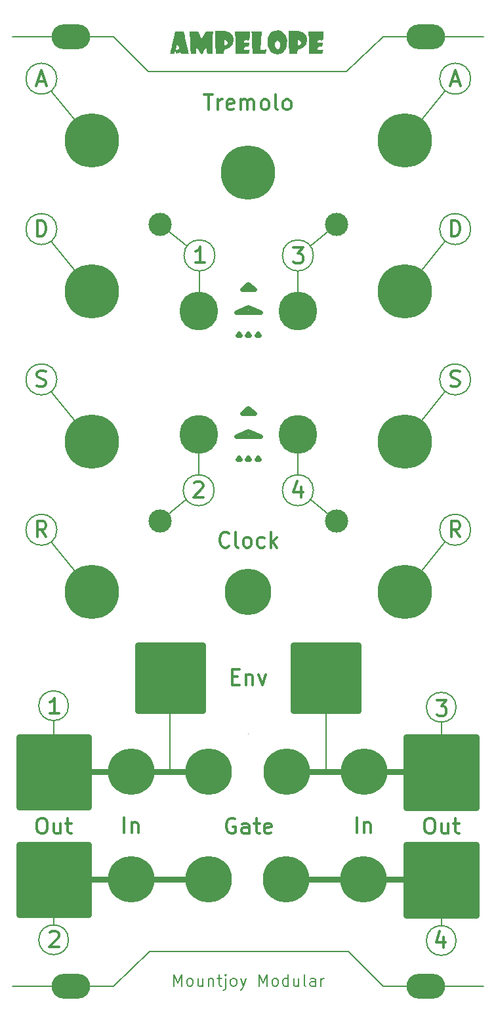
<source format=gbr>
%TF.GenerationSoftware,KiCad,Pcbnew,(5.99.0-12348-g4b436fb86d)*%
%TF.CreationDate,2021-09-23T15:14:05+01:00*%
%TF.ProjectId,Ampelope_Panel,416d7065-6c6f-4706-955f-50616e656c2e,rev?*%
%TF.SameCoordinates,Original*%
%TF.FileFunction,Soldermask,Top*%
%TF.FilePolarity,Negative*%
%FSLAX46Y46*%
G04 Gerber Fmt 4.6, Leading zero omitted, Abs format (unit mm)*
G04 Created by KiCad (PCBNEW (5.99.0-12348-g4b436fb86d)) date 2021-09-23 15:14:05*
%MOMM*%
%LPD*%
G01*
G04 APERTURE LIST*
%ADD10C,0.200000*%
%ADD11C,0.600000*%
%ADD12C,0.800000*%
%ADD13C,0.100000*%
%ADD14C,0.300000*%
%ADD15C,7.000000*%
%ADD16O,5.000000X3.200000*%
%ADD17C,5.000000*%
%ADD18C,6.000000*%
%ADD19C,3.000000*%
G04 APERTURE END LIST*
D10*
X138300000Y-70900000D02*
X141700000Y-68100000D01*
X150500000Y-96100000D02*
X155700000Y-89700000D01*
D11*
X130300000Y-82401777D02*
X130300000Y-82198222D01*
D10*
X120200000Y-126550000D02*
X120200000Y-138650000D01*
D11*
X131100000Y-76500000D02*
X130300000Y-75800000D01*
D12*
X109700000Y-143300000D02*
X100700000Y-143300000D01*
X100700000Y-143300000D02*
X100700000Y-134200000D01*
X100700000Y-134200000D02*
X109700000Y-134200000D01*
X109700000Y-134200000D02*
X109700000Y-143300000D01*
G36*
X109700000Y-143300000D02*
G01*
X100700000Y-143300000D01*
X100700000Y-134200000D01*
X109700000Y-134200000D01*
X109700000Y-143300000D01*
G37*
X109700000Y-143300000D02*
X100700000Y-143300000D01*
X100700000Y-134200000D01*
X109700000Y-134200000D01*
X109700000Y-143300000D01*
D10*
X150500000Y-76700000D02*
X155700000Y-70300000D01*
D12*
X109700000Y-157200000D02*
X100700000Y-157200000D01*
X100700000Y-157200000D02*
X100700000Y-148100000D01*
X100700000Y-148100000D02*
X109700000Y-148100000D01*
X109700000Y-148100000D02*
X109700000Y-157200000D01*
G36*
X109700000Y-157200000D02*
G01*
X100700000Y-157200000D01*
X100700000Y-148100000D01*
X109700000Y-148100000D01*
X109700000Y-157200000D01*
G37*
X109700000Y-157200000D02*
X100700000Y-157200000D01*
X100700000Y-148100000D01*
X109700000Y-148100000D01*
X109700000Y-157200000D01*
X125300000Y-138700000D02*
X105250000Y-138700000D01*
D10*
X124000000Y-79100000D02*
X124000000Y-74100000D01*
X107100000Y-130200000D02*
G75*
G03*
X107100000Y-130200000I-1920937J0D01*
G01*
X110100000Y-57300000D02*
X104900000Y-50900000D01*
D12*
X144500000Y-130800000D02*
X136100000Y-130800000D01*
X136100000Y-130800000D02*
X136100000Y-122400000D01*
X136100000Y-122400000D02*
X144500000Y-122400000D01*
X144500000Y-122400000D02*
X144500000Y-130800000D01*
G36*
X144500000Y-130800000D02*
G01*
X136100000Y-130800000D01*
X136100000Y-122400000D01*
X144500000Y-122400000D01*
X144500000Y-130800000D01*
G37*
X144500000Y-130800000D02*
X136100000Y-130800000D01*
X136100000Y-122400000D01*
X144500000Y-122400000D01*
X144500000Y-130800000D01*
X159700000Y-143350000D02*
X150700000Y-143350000D01*
X150700000Y-143350000D02*
X150700000Y-134250000D01*
X150700000Y-134250000D02*
X159700000Y-134250000D01*
X159700000Y-134250000D02*
X159700000Y-143350000D01*
G36*
X159700000Y-143350000D02*
G01*
X150700000Y-143350000D01*
X150700000Y-134250000D01*
X159700000Y-134250000D01*
X159700000Y-143350000D01*
G37*
X159700000Y-143350000D02*
X150700000Y-143350000D01*
X150700000Y-134250000D01*
X159700000Y-134250000D01*
X159700000Y-143350000D01*
D11*
X131837500Y-95450000D02*
X128762500Y-95450000D01*
D10*
X159000000Y-68700000D02*
G75*
G03*
X159000000Y-68700000I-2000000J0D01*
G01*
X110100000Y-115500000D02*
X104900000Y-109100000D01*
D11*
X130465602Y-82403555D02*
X130134398Y-82400000D01*
D10*
X105600000Y-68700000D02*
G75*
G03*
X105600000Y-68700000I-2000000J0D01*
G01*
X159000000Y-88100000D02*
G75*
G03*
X159000000Y-88100000I-2000000J0D01*
G01*
D12*
X124400000Y-130800000D02*
X116000000Y-130800000D01*
X116000000Y-130800000D02*
X116000000Y-122400000D01*
X116000000Y-122400000D02*
X124400000Y-122400000D01*
X124400000Y-122400000D02*
X124400000Y-130800000D01*
G36*
X124400000Y-130800000D02*
G01*
X116000000Y-130800000D01*
X116000000Y-122400000D01*
X124400000Y-122400000D01*
X124400000Y-130800000D01*
G37*
X124400000Y-130800000D02*
X116000000Y-130800000D01*
X116000000Y-122400000D01*
X124400000Y-122400000D01*
X124400000Y-130800000D01*
D10*
X150500000Y-115500000D02*
X155700000Y-109100000D01*
D12*
X155200000Y-138700000D02*
X135300000Y-138700000D01*
D10*
X155200000Y-153379063D02*
X155200000Y-158579063D01*
D12*
X155200000Y-152600000D02*
X135300000Y-152600000D01*
D10*
X107100000Y-160400000D02*
G75*
G03*
X107100000Y-160400000I-1920937J0D01*
G01*
D11*
X131837500Y-79450000D02*
X130300000Y-78750000D01*
D10*
X142988338Y-48400000D02*
X117383764Y-48400000D01*
X112877449Y-43900000D02*
X117383764Y-48400000D01*
D11*
X131100000Y-92500000D02*
X129500000Y-92500000D01*
D10*
X105200000Y-132100000D02*
X105200000Y-137300000D01*
X105600000Y-107500000D02*
G75*
G03*
X105600000Y-107500000I-2000000J0D01*
G01*
X159000000Y-107500000D02*
G75*
G03*
X159000000Y-107500000I-2000000J0D01*
G01*
D11*
X129065602Y-98401777D02*
X129065602Y-98198222D01*
X129100000Y-82401777D02*
X129100000Y-82198222D01*
X131837500Y-95450000D02*
X130300000Y-94750000D01*
D10*
X138300000Y-103600000D02*
X141700000Y-106400000D01*
X157120937Y-160500000D02*
G75*
G03*
X157120937Y-160500000I-1920937J0D01*
G01*
X105600000Y-88100000D02*
G75*
G03*
X105600000Y-88100000I-2000000J0D01*
G01*
D11*
X130300000Y-98401777D02*
X130300000Y-98198222D01*
D13*
X130300000Y-133800000D02*
X130300000Y-133800000D01*
D11*
X131100000Y-76500000D02*
X129500000Y-76500000D01*
X130300000Y-75800000D02*
X129500000Y-76500000D01*
D10*
X157120937Y-130400000D02*
G75*
G03*
X157120937Y-130400000I-1920937J0D01*
G01*
D11*
X131665602Y-98403555D02*
X131334398Y-98400000D01*
D10*
X147688338Y-43900000D02*
X142988338Y-48400000D01*
D11*
X130300000Y-94750000D02*
X128762500Y-95450000D01*
D10*
X112877449Y-43900000D02*
X99900000Y-43900000D01*
X140300000Y-126400000D02*
X140300000Y-138700000D01*
D11*
X130300000Y-91800000D02*
X129500000Y-92500000D01*
D10*
X138700000Y-102400000D02*
G75*
G03*
X138700000Y-102400000I-2000000J0D01*
G01*
X117597713Y-161900000D02*
X143202287Y-161900000D01*
X136700000Y-79300000D02*
X136700000Y-74100000D01*
D11*
X130465602Y-98403555D02*
X130134398Y-98400000D01*
D10*
X99886051Y-166400000D02*
X112897713Y-166400000D01*
D12*
X159700000Y-157250000D02*
X150700000Y-157250000D01*
X150700000Y-157250000D02*
X150700000Y-148150000D01*
X150700000Y-148150000D02*
X159700000Y-148150000D01*
X159700000Y-148150000D02*
X159700000Y-157250000D01*
G36*
X159700000Y-157250000D02*
G01*
X150700000Y-157250000D01*
X150700000Y-148150000D01*
X159700000Y-148150000D01*
X159700000Y-157250000D01*
G37*
X159700000Y-157250000D02*
X150700000Y-157250000D01*
X150700000Y-148150000D01*
X159700000Y-148150000D01*
X159700000Y-157250000D01*
D10*
X118900000Y-68100000D02*
X122400000Y-70900000D01*
X123900000Y-95200000D02*
X123900000Y-100400000D01*
X159000000Y-49300000D02*
G75*
G03*
X159000000Y-49300000I-2000000J0D01*
G01*
D11*
X131665602Y-82403555D02*
X131334398Y-82400000D01*
D12*
X125200000Y-152600000D02*
X105250000Y-152600000D01*
D11*
X131837500Y-79450000D02*
X128762500Y-79450000D01*
D10*
X110100000Y-96100000D02*
X104900000Y-89700000D01*
X155200000Y-132320937D02*
X155200000Y-137520937D01*
X118900000Y-106400000D02*
X122300000Y-103600000D01*
X110100000Y-76700000D02*
X104900000Y-70300000D01*
X150500000Y-57300000D02*
X155700000Y-50900000D01*
D11*
X130300000Y-78750000D02*
X128762500Y-79450000D01*
X131500000Y-82401777D02*
X131500000Y-82198222D01*
D10*
X138700000Y-72100000D02*
G75*
G03*
X138700000Y-72100000I-2000000J0D01*
G01*
X112897713Y-166400000D02*
X117597713Y-161900000D01*
D11*
X131100000Y-92500000D02*
X130300000Y-91800000D01*
X129231204Y-98403555D02*
X128900000Y-98400000D01*
D10*
X105179063Y-153279063D02*
X105179063Y-158479063D01*
X105600000Y-49300000D02*
G75*
G03*
X105600000Y-49300000I-2000000J0D01*
G01*
D11*
X129265602Y-82403555D02*
X128934398Y-82400000D01*
D10*
X136700000Y-95200000D02*
X136700000Y-100400000D01*
X160700000Y-43900000D02*
X147688338Y-43900000D01*
X126000000Y-72100000D02*
G75*
G03*
X126000000Y-72100000I-2000000J0D01*
G01*
D11*
X131500000Y-98401777D02*
X131500000Y-98198222D01*
D10*
X147708602Y-166400000D02*
X160686051Y-166400000D01*
X147708602Y-166400000D02*
X143202287Y-161900000D01*
X125900000Y-102400000D02*
G75*
G03*
X125900000Y-102400000I-2000000J0D01*
G01*
D14*
X103123809Y-49633333D02*
X104076190Y-49633333D01*
X102933333Y-50204761D02*
X103600000Y-48204761D01*
X104266666Y-50204761D01*
X103076190Y-69604761D02*
X103076190Y-67604761D01*
X103552380Y-67604761D01*
X103838095Y-67700000D01*
X104028571Y-67890476D01*
X104123809Y-68080952D01*
X104219047Y-68461904D01*
X104219047Y-68747619D01*
X104123809Y-69128571D01*
X104028571Y-69319047D01*
X103838095Y-69509523D01*
X103552380Y-69604761D01*
X103076190Y-69604761D01*
X105871428Y-131204761D02*
X104728571Y-131204761D01*
X105300000Y-131204761D02*
X105300000Y-129204761D01*
X105109523Y-129490476D01*
X104919047Y-129680952D01*
X104728571Y-129776190D01*
X103489131Y-144704761D02*
X103870083Y-144704761D01*
X104060559Y-144800000D01*
X104251036Y-144990476D01*
X104346274Y-145371428D01*
X104346274Y-146038095D01*
X104251036Y-146419047D01*
X104060559Y-146609523D01*
X103870083Y-146704761D01*
X103489131Y-146704761D01*
X103298655Y-146609523D01*
X103108178Y-146419047D01*
X103012940Y-146038095D01*
X103012940Y-145371428D01*
X103108178Y-144990476D01*
X103298655Y-144800000D01*
X103489131Y-144704761D01*
X106060559Y-145371428D02*
X106060559Y-146704761D01*
X105203417Y-145371428D02*
X105203417Y-146419047D01*
X105298655Y-146609523D01*
X105489131Y-146704761D01*
X105774845Y-146704761D01*
X105965321Y-146609523D01*
X106060559Y-146514285D01*
X106727226Y-145371428D02*
X107489131Y-145371428D01*
X107012940Y-144704761D02*
X107012940Y-146419047D01*
X107108178Y-146609523D01*
X107298655Y-146704761D01*
X107489131Y-146704761D01*
X136133333Y-71104761D02*
X137371428Y-71104761D01*
X136704761Y-71866666D01*
X136990476Y-71866666D01*
X137180952Y-71961904D01*
X137276190Y-72057142D01*
X137371428Y-72247619D01*
X137371428Y-72723809D01*
X137276190Y-72914285D01*
X137180952Y-73009523D01*
X136990476Y-73104761D01*
X136419047Y-73104761D01*
X136228571Y-73009523D01*
X136133333Y-72914285D01*
X155480952Y-160071428D02*
X155480952Y-161404761D01*
X155004761Y-159309523D02*
X154528571Y-160738095D01*
X155766666Y-160738095D01*
X104707634Y-159495238D02*
X104802872Y-159400000D01*
X104993348Y-159304761D01*
X105469539Y-159304761D01*
X105660015Y-159400000D01*
X105755253Y-159495238D01*
X105850491Y-159685714D01*
X105850491Y-159876190D01*
X105755253Y-160161904D01*
X104612396Y-161304761D01*
X105850491Y-161304761D01*
X123328571Y-101495238D02*
X123423809Y-101400000D01*
X123614285Y-101304761D01*
X124090476Y-101304761D01*
X124280952Y-101400000D01*
X124376190Y-101495238D01*
X124471428Y-101685714D01*
X124471428Y-101876190D01*
X124376190Y-102161904D01*
X123233333Y-103304761D01*
X124471428Y-103304761D01*
X156428571Y-88909523D02*
X156714285Y-89004761D01*
X157190476Y-89004761D01*
X157380952Y-88909523D01*
X157476190Y-88814285D01*
X157571428Y-88623809D01*
X157571428Y-88433333D01*
X157476190Y-88242857D01*
X157380952Y-88147619D01*
X157190476Y-88052380D01*
X156809523Y-87957142D01*
X156619047Y-87861904D01*
X156523809Y-87766666D01*
X156428571Y-87576190D01*
X156428571Y-87385714D01*
X156523809Y-87195238D01*
X156619047Y-87100000D01*
X156809523Y-87004761D01*
X157285714Y-87004761D01*
X157571428Y-87100000D01*
X104219047Y-108404761D02*
X103552380Y-107452380D01*
X103076190Y-108404761D02*
X103076190Y-106404761D01*
X103838095Y-106404761D01*
X104028571Y-106500000D01*
X104123809Y-106595238D01*
X104219047Y-106785714D01*
X104219047Y-107071428D01*
X104123809Y-107261904D01*
X104028571Y-107357142D01*
X103838095Y-107452380D01*
X103076190Y-107452380D01*
X157619047Y-108404761D02*
X156952380Y-107452380D01*
X156476190Y-108404761D02*
X156476190Y-106404761D01*
X157238095Y-106404761D01*
X157428571Y-106500000D01*
X157523809Y-106595238D01*
X157619047Y-106785714D01*
X157619047Y-107071428D01*
X157523809Y-107261904D01*
X157428571Y-107357142D01*
X157238095Y-107452380D01*
X156476190Y-107452380D01*
X128204761Y-126457142D02*
X128871428Y-126457142D01*
X129157142Y-127504761D02*
X128204761Y-127504761D01*
X128204761Y-125504761D01*
X129157142Y-125504761D01*
X130014285Y-126171428D02*
X130014285Y-127504761D01*
X130014285Y-126361904D02*
X130109523Y-126266666D01*
X130300000Y-126171428D01*
X130585714Y-126171428D01*
X130776190Y-126266666D01*
X130871428Y-126457142D01*
X130871428Y-127504761D01*
X131633333Y-126171428D02*
X132109523Y-127504761D01*
X132585714Y-126171428D01*
X124585714Y-51304761D02*
X125728571Y-51304761D01*
X125157142Y-53304761D02*
X125157142Y-51304761D01*
X126395238Y-53304761D02*
X126395238Y-51971428D01*
X126395238Y-52352380D02*
X126490476Y-52161904D01*
X126585714Y-52066666D01*
X126776190Y-51971428D01*
X126966666Y-51971428D01*
X128395238Y-53209523D02*
X128204761Y-53304761D01*
X127823809Y-53304761D01*
X127633333Y-53209523D01*
X127538095Y-53019047D01*
X127538095Y-52257142D01*
X127633333Y-52066666D01*
X127823809Y-51971428D01*
X128204761Y-51971428D01*
X128395238Y-52066666D01*
X128490476Y-52257142D01*
X128490476Y-52447619D01*
X127538095Y-52638095D01*
X129347619Y-53304761D02*
X129347619Y-51971428D01*
X129347619Y-52161904D02*
X129442857Y-52066666D01*
X129633333Y-51971428D01*
X129919047Y-51971428D01*
X130109523Y-52066666D01*
X130204761Y-52257142D01*
X130204761Y-53304761D01*
X130204761Y-52257142D02*
X130300000Y-52066666D01*
X130490476Y-51971428D01*
X130776190Y-51971428D01*
X130966666Y-52066666D01*
X131061904Y-52257142D01*
X131061904Y-53304761D01*
X132300000Y-53304761D02*
X132109523Y-53209523D01*
X132014285Y-53114285D01*
X131919047Y-52923809D01*
X131919047Y-52352380D01*
X132014285Y-52161904D01*
X132109523Y-52066666D01*
X132300000Y-51971428D01*
X132585714Y-51971428D01*
X132776190Y-52066666D01*
X132871428Y-52161904D01*
X132966666Y-52352380D01*
X132966666Y-52923809D01*
X132871428Y-53114285D01*
X132776190Y-53209523D01*
X132585714Y-53304761D01*
X132300000Y-53304761D01*
X134109523Y-53304761D02*
X133919047Y-53209523D01*
X133823809Y-53019047D01*
X133823809Y-51304761D01*
X135157142Y-53304761D02*
X134966666Y-53209523D01*
X134871428Y-53114285D01*
X134776190Y-52923809D01*
X134776190Y-52352380D01*
X134871428Y-52161904D01*
X134966666Y-52066666D01*
X135157142Y-51971428D01*
X135442857Y-51971428D01*
X135633333Y-52066666D01*
X135728571Y-52161904D01*
X135823809Y-52352380D01*
X135823809Y-52923809D01*
X135728571Y-53114285D01*
X135633333Y-53209523D01*
X135442857Y-53304761D01*
X135157142Y-53304761D01*
X156476190Y-69604761D02*
X156476190Y-67604761D01*
X156952380Y-67604761D01*
X157238095Y-67700000D01*
X157428571Y-67890476D01*
X157523809Y-68080952D01*
X157619047Y-68461904D01*
X157619047Y-68747619D01*
X157523809Y-69128571D01*
X157428571Y-69319047D01*
X157238095Y-69509523D01*
X156952380Y-69604761D01*
X156476190Y-69604761D01*
X137080952Y-101971428D02*
X137080952Y-103304761D01*
X136604761Y-101209523D02*
X136128571Y-102638095D01*
X137366666Y-102638095D01*
X156523809Y-49633333D02*
X157476190Y-49633333D01*
X156333333Y-50204761D02*
X157000000Y-48204761D01*
X157666666Y-50204761D01*
X154633333Y-129504761D02*
X155871428Y-129504761D01*
X155204761Y-130266666D01*
X155490476Y-130266666D01*
X155680952Y-130361904D01*
X155776190Y-130457142D01*
X155871428Y-130647619D01*
X155871428Y-131123809D01*
X155776190Y-131314285D01*
X155680952Y-131409523D01*
X155490476Y-131504761D01*
X154919047Y-131504761D01*
X154728571Y-131409523D01*
X154633333Y-131314285D01*
X124671428Y-73004761D02*
X123528571Y-73004761D01*
X124100000Y-73004761D02*
X124100000Y-71004761D01*
X123909523Y-71290476D01*
X123719047Y-71480952D01*
X123528571Y-71576190D01*
X153533333Y-144704761D02*
X153914285Y-144704761D01*
X154104761Y-144800000D01*
X154295238Y-144990476D01*
X154390476Y-145371428D01*
X154390476Y-146038095D01*
X154295238Y-146419047D01*
X154104761Y-146609523D01*
X153914285Y-146704761D01*
X153533333Y-146704761D01*
X153342857Y-146609523D01*
X153152380Y-146419047D01*
X153057142Y-146038095D01*
X153057142Y-145371428D01*
X153152380Y-144990476D01*
X153342857Y-144800000D01*
X153533333Y-144704761D01*
X156104761Y-145371428D02*
X156104761Y-146704761D01*
X155247619Y-145371428D02*
X155247619Y-146419047D01*
X155342857Y-146609523D01*
X155533333Y-146704761D01*
X155819047Y-146704761D01*
X156009523Y-146609523D01*
X156104761Y-146514285D01*
X156771428Y-145371428D02*
X157533333Y-145371428D01*
X157057142Y-144704761D02*
X157057142Y-146419047D01*
X157152380Y-146609523D01*
X157342857Y-146704761D01*
X157533333Y-146704761D01*
X128590476Y-144800000D02*
X128400000Y-144704761D01*
X128114285Y-144704761D01*
X127828571Y-144800000D01*
X127638095Y-144990476D01*
X127542857Y-145180952D01*
X127447619Y-145561904D01*
X127447619Y-145847619D01*
X127542857Y-146228571D01*
X127638095Y-146419047D01*
X127828571Y-146609523D01*
X128114285Y-146704761D01*
X128304761Y-146704761D01*
X128590476Y-146609523D01*
X128685714Y-146514285D01*
X128685714Y-145847619D01*
X128304761Y-145847619D01*
X130400000Y-146704761D02*
X130400000Y-145657142D01*
X130304761Y-145466666D01*
X130114285Y-145371428D01*
X129733333Y-145371428D01*
X129542857Y-145466666D01*
X130400000Y-146609523D02*
X130209523Y-146704761D01*
X129733333Y-146704761D01*
X129542857Y-146609523D01*
X129447619Y-146419047D01*
X129447619Y-146228571D01*
X129542857Y-146038095D01*
X129733333Y-145942857D01*
X130209523Y-145942857D01*
X130400000Y-145847619D01*
X131066666Y-145371428D02*
X131828571Y-145371428D01*
X131352380Y-144704761D02*
X131352380Y-146419047D01*
X131447619Y-146609523D01*
X131638095Y-146704761D01*
X131828571Y-146704761D01*
X133257142Y-146609523D02*
X133066666Y-146704761D01*
X132685714Y-146704761D01*
X132495238Y-146609523D01*
X132400000Y-146419047D01*
X132400000Y-145657142D01*
X132495238Y-145466666D01*
X132685714Y-145371428D01*
X133066666Y-145371428D01*
X133257142Y-145466666D01*
X133352380Y-145657142D01*
X133352380Y-145847619D01*
X132400000Y-146038095D01*
D10*
X120728571Y-166378571D02*
X120728571Y-164878571D01*
X121228571Y-165950000D01*
X121728571Y-164878571D01*
X121728571Y-166378571D01*
X122657142Y-166378571D02*
X122514285Y-166307142D01*
X122442857Y-166235714D01*
X122371428Y-166092857D01*
X122371428Y-165664285D01*
X122442857Y-165521428D01*
X122514285Y-165450000D01*
X122657142Y-165378571D01*
X122871428Y-165378571D01*
X123014285Y-165450000D01*
X123085714Y-165521428D01*
X123157142Y-165664285D01*
X123157142Y-166092857D01*
X123085714Y-166235714D01*
X123014285Y-166307142D01*
X122871428Y-166378571D01*
X122657142Y-166378571D01*
X124442857Y-165378571D02*
X124442857Y-166378571D01*
X123800000Y-165378571D02*
X123800000Y-166164285D01*
X123871428Y-166307142D01*
X124014285Y-166378571D01*
X124228571Y-166378571D01*
X124371428Y-166307142D01*
X124442857Y-166235714D01*
X125157142Y-165378571D02*
X125157142Y-166378571D01*
X125157142Y-165521428D02*
X125228571Y-165450000D01*
X125371428Y-165378571D01*
X125585714Y-165378571D01*
X125728571Y-165450000D01*
X125800000Y-165592857D01*
X125800000Y-166378571D01*
X126300000Y-165378571D02*
X126871428Y-165378571D01*
X126514285Y-164878571D02*
X126514285Y-166164285D01*
X126585714Y-166307142D01*
X126728571Y-166378571D01*
X126871428Y-166378571D01*
X127371428Y-165378571D02*
X127371428Y-166664285D01*
X127300000Y-166807142D01*
X127157142Y-166878571D01*
X127085714Y-166878571D01*
X127371428Y-164878571D02*
X127300000Y-164950000D01*
X127371428Y-165021428D01*
X127442857Y-164950000D01*
X127371428Y-164878571D01*
X127371428Y-165021428D01*
X128300000Y-166378571D02*
X128157142Y-166307142D01*
X128085714Y-166235714D01*
X128014285Y-166092857D01*
X128014285Y-165664285D01*
X128085714Y-165521428D01*
X128157142Y-165450000D01*
X128300000Y-165378571D01*
X128514285Y-165378571D01*
X128657142Y-165450000D01*
X128728571Y-165521428D01*
X128800000Y-165664285D01*
X128800000Y-166092857D01*
X128728571Y-166235714D01*
X128657142Y-166307142D01*
X128514285Y-166378571D01*
X128300000Y-166378571D01*
X129300000Y-165378571D02*
X129657142Y-166378571D01*
X130014285Y-165378571D02*
X129657142Y-166378571D01*
X129514285Y-166735714D01*
X129442857Y-166807142D01*
X129300000Y-166878571D01*
X131728571Y-166378571D02*
X131728571Y-164878571D01*
X132228571Y-165950000D01*
X132728571Y-164878571D01*
X132728571Y-166378571D01*
X133657142Y-166378571D02*
X133514285Y-166307142D01*
X133442857Y-166235714D01*
X133371428Y-166092857D01*
X133371428Y-165664285D01*
X133442857Y-165521428D01*
X133514285Y-165450000D01*
X133657142Y-165378571D01*
X133871428Y-165378571D01*
X134014285Y-165450000D01*
X134085714Y-165521428D01*
X134157142Y-165664285D01*
X134157142Y-166092857D01*
X134085714Y-166235714D01*
X134014285Y-166307142D01*
X133871428Y-166378571D01*
X133657142Y-166378571D01*
X135442857Y-166378571D02*
X135442857Y-164878571D01*
X135442857Y-166307142D02*
X135300000Y-166378571D01*
X135014285Y-166378571D01*
X134871428Y-166307142D01*
X134800000Y-166235714D01*
X134728571Y-166092857D01*
X134728571Y-165664285D01*
X134800000Y-165521428D01*
X134871428Y-165450000D01*
X135014285Y-165378571D01*
X135300000Y-165378571D01*
X135442857Y-165450000D01*
X136800000Y-165378571D02*
X136800000Y-166378571D01*
X136157142Y-165378571D02*
X136157142Y-166164285D01*
X136228571Y-166307142D01*
X136371428Y-166378571D01*
X136585714Y-166378571D01*
X136728571Y-166307142D01*
X136800000Y-166235714D01*
X137728571Y-166378571D02*
X137585714Y-166307142D01*
X137514285Y-166164285D01*
X137514285Y-164878571D01*
X138942857Y-166378571D02*
X138942857Y-165592857D01*
X138871428Y-165450000D01*
X138728571Y-165378571D01*
X138442857Y-165378571D01*
X138300000Y-165450000D01*
X138942857Y-166307142D02*
X138800000Y-166378571D01*
X138442857Y-166378571D01*
X138300000Y-166307142D01*
X138228571Y-166164285D01*
X138228571Y-166021428D01*
X138300000Y-165878571D01*
X138442857Y-165807142D01*
X138800000Y-165807142D01*
X138942857Y-165735714D01*
X139657142Y-166378571D02*
X139657142Y-165378571D01*
X139657142Y-165664285D02*
X139728571Y-165521428D01*
X139800000Y-165450000D01*
X139942857Y-165378571D01*
X140085714Y-165378571D01*
D14*
X114295238Y-146604761D02*
X114295238Y-144604761D01*
X115247619Y-145271428D02*
X115247619Y-146604761D01*
X115247619Y-145461904D02*
X115342857Y-145366666D01*
X115533333Y-145271428D01*
X115819047Y-145271428D01*
X116009523Y-145366666D01*
X116104761Y-145557142D01*
X116104761Y-146604761D01*
X144295238Y-146604761D02*
X144295238Y-144604761D01*
X145247619Y-145271428D02*
X145247619Y-146604761D01*
X145247619Y-145461904D02*
X145342857Y-145366666D01*
X145533333Y-145271428D01*
X145819047Y-145271428D01*
X146009523Y-145366666D01*
X146104761Y-145557142D01*
X146104761Y-146604761D01*
X127823809Y-109614285D02*
X127728571Y-109709523D01*
X127442857Y-109804761D01*
X127252380Y-109804761D01*
X126966666Y-109709523D01*
X126776190Y-109519047D01*
X126680952Y-109328571D01*
X126585714Y-108947619D01*
X126585714Y-108661904D01*
X126680952Y-108280952D01*
X126776190Y-108090476D01*
X126966666Y-107900000D01*
X127252380Y-107804761D01*
X127442857Y-107804761D01*
X127728571Y-107900000D01*
X127823809Y-107995238D01*
X128966666Y-109804761D02*
X128776190Y-109709523D01*
X128680952Y-109519047D01*
X128680952Y-107804761D01*
X130014285Y-109804761D02*
X129823809Y-109709523D01*
X129728571Y-109614285D01*
X129633333Y-109423809D01*
X129633333Y-108852380D01*
X129728571Y-108661904D01*
X129823809Y-108566666D01*
X130014285Y-108471428D01*
X130300000Y-108471428D01*
X130490476Y-108566666D01*
X130585714Y-108661904D01*
X130680952Y-108852380D01*
X130680952Y-109423809D01*
X130585714Y-109614285D01*
X130490476Y-109709523D01*
X130300000Y-109804761D01*
X130014285Y-109804761D01*
X132395238Y-109709523D02*
X132204761Y-109804761D01*
X131823809Y-109804761D01*
X131633333Y-109709523D01*
X131538095Y-109614285D01*
X131442857Y-109423809D01*
X131442857Y-108852380D01*
X131538095Y-108661904D01*
X131633333Y-108566666D01*
X131823809Y-108471428D01*
X132204761Y-108471428D01*
X132395238Y-108566666D01*
X133252380Y-109804761D02*
X133252380Y-107804761D01*
X133442857Y-109042857D02*
X134014285Y-109804761D01*
X134014285Y-108471428D02*
X133252380Y-109233333D01*
X103028571Y-88909523D02*
X103314285Y-89004761D01*
X103790476Y-89004761D01*
X103980952Y-88909523D01*
X104076190Y-88814285D01*
X104171428Y-88623809D01*
X104171428Y-88433333D01*
X104076190Y-88242857D01*
X103980952Y-88147619D01*
X103790476Y-88052380D01*
X103409523Y-87957142D01*
X103219047Y-87861904D01*
X103123809Y-87766666D01*
X103028571Y-87576190D01*
X103028571Y-87385714D01*
X103123809Y-87195238D01*
X103219047Y-87100000D01*
X103409523Y-87004761D01*
X103885714Y-87004761D01*
X104171428Y-87100000D01*
%TO.C,G\u002A\u002A\u002A*%
G36*
X131957046Y-44381291D02*
G01*
X131909272Y-45591737D01*
X132279987Y-45560995D01*
X132650702Y-45530252D01*
X132612180Y-45722863D01*
X132584092Y-45891653D01*
X132573658Y-46004795D01*
X132548819Y-46042161D01*
X132462573Y-46067961D01*
X132297332Y-46084008D01*
X132035502Y-46092114D01*
X131706741Y-46094117D01*
X130839824Y-46094117D01*
X130794800Y-44728780D01*
X130779638Y-44316050D01*
X130763037Y-43944118D01*
X130746164Y-43633770D01*
X130730183Y-43405788D01*
X130716261Y-43280956D01*
X130712823Y-43267143D01*
X130714140Y-43223190D01*
X130772045Y-43194716D01*
X130906771Y-43178616D01*
X131138548Y-43171785D01*
X131340345Y-43170844D01*
X132004821Y-43170844D01*
X131957046Y-44381291D01*
G37*
G36*
X135504038Y-44228912D02*
G01*
X135490928Y-43854119D01*
X135482283Y-43543304D01*
X135478591Y-43315428D01*
X135480338Y-43189456D01*
X135483177Y-43170844D01*
X135554161Y-43157835D01*
X135727838Y-43147308D01*
X135976984Y-43140442D01*
X136233253Y-43138363D01*
X136558134Y-43140735D01*
X136787415Y-43151832D01*
X136955390Y-43177625D01*
X137096352Y-43224086D01*
X137244595Y-43297187D01*
X137290743Y-43322502D01*
X137604064Y-43547046D01*
X137799483Y-43815642D01*
X137886082Y-44144870D01*
X137887455Y-44411743D01*
X137801442Y-44794795D01*
X137611785Y-45109403D01*
X137331550Y-45341128D01*
X136973803Y-45475533D01*
X136914986Y-45486292D01*
X136746346Y-45528945D01*
X136674999Y-45599387D01*
X136665354Y-45663929D01*
X136654824Y-45869073D01*
X136609784Y-45996116D01*
X136505226Y-46063594D01*
X136316144Y-46090043D01*
X136084982Y-46094117D01*
X135583837Y-46094117D01*
X135522907Y-44689748D01*
X136666241Y-44689748D01*
X136666241Y-45047973D01*
X136861517Y-44979899D01*
X137037548Y-44864317D01*
X137098449Y-44745858D01*
X137099487Y-44541569D01*
X136993463Y-44403621D01*
X136838333Y-44352079D01*
X136740069Y-44347338D01*
X136688829Y-44383432D01*
X136669318Y-44490369D01*
X136666241Y-44689748D01*
X135522907Y-44689748D01*
X135521127Y-44648721D01*
X135504038Y-44228912D01*
G37*
G36*
X139994845Y-43641816D02*
G01*
X139979509Y-43958638D01*
X139959341Y-44167251D01*
X139922123Y-44289159D01*
X139855637Y-44345865D01*
X139747663Y-44358872D01*
X139592382Y-44350124D01*
X139399171Y-44341060D01*
X139302246Y-44358393D01*
X139268490Y-44416895D01*
X139264706Y-44496288D01*
X139274087Y-44595400D01*
X139324187Y-44645408D01*
X139447949Y-44662999D01*
X139597635Y-44664961D01*
X139930563Y-44664961D01*
X139889962Y-44867966D01*
X139861412Y-45027243D01*
X139849363Y-45127279D01*
X139849361Y-45127813D01*
X139791284Y-45161716D01*
X139644345Y-45182049D01*
X139557034Y-45184654D01*
X139377325Y-45190141D01*
X139292214Y-45222770D01*
X139266408Y-45306796D01*
X139264706Y-45385552D01*
X139264706Y-45586449D01*
X139979262Y-45541943D01*
X139938260Y-45769309D01*
X139903515Y-45934568D01*
X139872555Y-46039173D01*
X139869476Y-46045396D01*
X139797686Y-46063711D01*
X139621380Y-46078883D01*
X139365954Y-46089473D01*
X139056803Y-46094040D01*
X139009907Y-46094117D01*
X138178121Y-46094117D01*
X138130557Y-44719075D01*
X138114879Y-44305645D01*
X138098165Y-43933700D01*
X138081547Y-43623749D01*
X138066159Y-43396301D01*
X138053136Y-43271868D01*
X138049764Y-43257438D01*
X138059802Y-43223596D01*
X138130574Y-43199463D01*
X138277981Y-43183613D01*
X138517920Y-43174623D01*
X138866290Y-43171068D01*
X139016274Y-43170844D01*
X140016012Y-43170844D01*
X139994845Y-43641816D01*
G37*
G36*
X130510446Y-43641816D02*
G01*
X130495110Y-43958638D01*
X130474942Y-44167251D01*
X130437724Y-44289159D01*
X130371238Y-44345865D01*
X130263264Y-44358872D01*
X130107983Y-44350124D01*
X129914772Y-44341060D01*
X129817847Y-44358393D01*
X129784091Y-44416895D01*
X129780307Y-44496288D01*
X129789688Y-44595400D01*
X129839788Y-44645408D01*
X129963550Y-44662999D01*
X130113236Y-44664961D01*
X130446164Y-44664961D01*
X130405563Y-44867966D01*
X130377013Y-45027243D01*
X130364964Y-45127279D01*
X130364962Y-45127813D01*
X130306885Y-45161716D01*
X130159946Y-45182049D01*
X130072635Y-45184654D01*
X129892926Y-45190141D01*
X129807815Y-45222770D01*
X129782009Y-45306796D01*
X129780307Y-45385552D01*
X129780307Y-45586449D01*
X130494863Y-45541943D01*
X130453862Y-45769309D01*
X130419116Y-45934568D01*
X130388156Y-46039173D01*
X130385077Y-46045396D01*
X130313287Y-46063711D01*
X130136981Y-46078883D01*
X129881555Y-46089473D01*
X129572404Y-46094040D01*
X129525508Y-46094117D01*
X128693722Y-46094117D01*
X128646158Y-44719075D01*
X128630480Y-44305645D01*
X128613766Y-43933700D01*
X128597148Y-43623749D01*
X128581760Y-43396301D01*
X128568737Y-43271868D01*
X128565365Y-43257438D01*
X128575403Y-43223596D01*
X128646175Y-43199463D01*
X128793582Y-43183613D01*
X129033521Y-43174623D01*
X129381891Y-43171068D01*
X129531875Y-43170844D01*
X130531613Y-43170844D01*
X130510446Y-43641816D01*
G37*
G36*
X126019639Y-44228912D02*
G01*
X126006529Y-43854119D01*
X125997884Y-43543304D01*
X125994192Y-43315428D01*
X125995939Y-43189456D01*
X125998778Y-43170844D01*
X126069762Y-43157835D01*
X126243439Y-43147308D01*
X126492585Y-43140442D01*
X126748854Y-43138363D01*
X127073735Y-43140735D01*
X127303016Y-43151832D01*
X127470991Y-43177625D01*
X127611953Y-43224086D01*
X127760196Y-43297187D01*
X127806344Y-43322502D01*
X128119665Y-43547046D01*
X128315084Y-43815642D01*
X128401683Y-44144870D01*
X128403056Y-44411743D01*
X128317043Y-44794795D01*
X128127386Y-45109403D01*
X127847151Y-45341128D01*
X127489404Y-45475533D01*
X127430587Y-45486292D01*
X127261947Y-45528945D01*
X127190600Y-45599387D01*
X127180955Y-45663929D01*
X127170425Y-45869073D01*
X127125385Y-45996116D01*
X127020827Y-46063594D01*
X126831745Y-46090043D01*
X126600583Y-46094117D01*
X126099438Y-46094117D01*
X126038508Y-44689748D01*
X127181842Y-44689748D01*
X127181842Y-45047973D01*
X127377118Y-44979899D01*
X127553149Y-44864317D01*
X127614050Y-44745858D01*
X127615088Y-44541569D01*
X127509064Y-44403621D01*
X127353934Y-44352079D01*
X127255670Y-44347338D01*
X127204430Y-44383432D01*
X127184919Y-44490369D01*
X127181842Y-44689748D01*
X126038508Y-44689748D01*
X126036728Y-44648721D01*
X126019639Y-44228912D01*
G37*
G36*
X120417468Y-45194699D02*
G01*
X120452659Y-45045867D01*
X120540541Y-44666727D01*
X120624741Y-44286937D01*
X120696743Y-43945998D01*
X120748031Y-43683408D01*
X120755390Y-43641816D01*
X120836409Y-43170844D01*
X121975700Y-43170844D01*
X122051610Y-43544373D01*
X122095408Y-43751822D01*
X122157547Y-44035522D01*
X122232122Y-44369639D01*
X122313230Y-44728335D01*
X122394969Y-45085776D01*
X122471434Y-45416126D01*
X122536721Y-45693548D01*
X122584929Y-45892208D01*
X122608247Y-45980434D01*
X122612881Y-46036617D01*
X122568459Y-46070612D01*
X122451370Y-46087840D01*
X122238001Y-46093725D01*
X122113130Y-46094117D01*
X121848843Y-46091042D01*
X121686734Y-46077512D01*
X121599118Y-46047074D01*
X121558310Y-45993275D01*
X121548561Y-45962508D01*
X121521512Y-45882649D01*
X121474532Y-45866762D01*
X121371351Y-45915685D01*
X121280615Y-45968684D01*
X121133223Y-46040017D01*
X121039784Y-46055868D01*
X121026443Y-46044544D01*
X120973978Y-45945443D01*
X120920317Y-45865712D01*
X120856094Y-45793612D01*
X120818728Y-45826277D01*
X120791498Y-45921461D01*
X120745610Y-46034454D01*
X120655774Y-46083691D01*
X120489556Y-46094117D01*
X120327275Y-46081285D01*
X120237340Y-46049245D01*
X120230947Y-46036532D01*
X120245272Y-45955929D01*
X120284692Y-45772860D01*
X120340553Y-45525832D01*
X120946624Y-45525832D01*
X120986022Y-45566221D01*
X121114191Y-45548613D01*
X121147077Y-45541619D01*
X121302298Y-45503417D01*
X121390684Y-45472444D01*
X121394520Y-45469716D01*
X121394099Y-45396931D01*
X121356916Y-45253778D01*
X121299499Y-45088381D01*
X121238374Y-44948866D01*
X121193777Y-44885161D01*
X121136822Y-44915142D01*
X121068525Y-45044076D01*
X121001645Y-45243245D01*
X120963706Y-45403044D01*
X120946624Y-45525832D01*
X120340553Y-45525832D01*
X120343869Y-45511169D01*
X120417468Y-45194699D01*
G37*
G36*
X123958054Y-43528502D02*
G01*
X124063835Y-43747461D01*
X124164549Y-43936247D01*
X124218783Y-44024630D01*
X124268620Y-44085477D01*
X124313770Y-44093099D01*
X124369960Y-44031071D01*
X124452921Y-43882967D01*
X124561261Y-43666971D01*
X124806752Y-43170844D01*
X125772736Y-43170844D01*
X125730494Y-43999105D01*
X125713206Y-44393248D01*
X125699288Y-44815467D01*
X125690387Y-45209085D01*
X125687988Y-45460741D01*
X125687724Y-46094117D01*
X124979082Y-46094117D01*
X124959874Y-45663025D01*
X124940665Y-45231933D01*
X124621496Y-45695506D01*
X124477601Y-45903368D01*
X124365595Y-46063014D01*
X124302662Y-46150047D01*
X124295006Y-46159079D01*
X124255489Y-46110997D01*
X124155701Y-45982142D01*
X124013433Y-45795599D01*
X123932078Y-45688107D01*
X123576471Y-45217135D01*
X123557263Y-45655626D01*
X123538054Y-46094117D01*
X122902335Y-46094117D01*
X122868714Y-45818030D01*
X122855025Y-45659469D01*
X122838957Y-45400029D01*
X122822038Y-45068697D01*
X122805796Y-44694459D01*
X122796644Y-44450998D01*
X122781757Y-44082258D01*
X122764997Y-43755194D01*
X122747861Y-43493537D01*
X122731844Y-43321020D01*
X122721892Y-43265448D01*
X122724616Y-43218851D01*
X122790578Y-43190147D01*
X122941033Y-43175456D01*
X123197233Y-43170895D01*
X123239951Y-43170844D01*
X123794313Y-43170844D01*
X123958054Y-43528502D01*
G37*
G36*
X132806399Y-44272793D02*
G01*
X132824120Y-44066787D01*
X132864373Y-43908452D01*
X132935230Y-43756741D01*
X132977006Y-43683512D01*
X133168554Y-43415664D01*
X133390835Y-43239371D01*
X133686438Y-43123980D01*
X133790855Y-43097785D01*
X134181332Y-43069897D01*
X134546555Y-43160716D01*
X134863916Y-43359052D01*
X135110806Y-43653714D01*
X135179940Y-43785292D01*
X135264885Y-44076944D01*
X135302263Y-44439017D01*
X135292495Y-44821196D01*
X135236000Y-45173165D01*
X135166665Y-45379539D01*
X134960245Y-45739136D01*
X134713203Y-45981867D01*
X134410552Y-46118236D01*
X134054761Y-46158836D01*
X133711511Y-46118073D01*
X133484269Y-46020690D01*
X133307582Y-45900805D01*
X133174523Y-45770743D01*
X133049596Y-45590227D01*
X132947836Y-45412020D01*
X132874351Y-45252072D01*
X132830232Y-45075480D01*
X132808717Y-44842780D01*
X132808245Y-44819491D01*
X133720362Y-44819491D01*
X133732336Y-45047859D01*
X133793083Y-45261880D01*
X133895973Y-45426495D01*
X134034373Y-45506644D01*
X134067775Y-45509463D01*
X134191770Y-45458751D01*
X134304471Y-45341937D01*
X134393242Y-45124724D01*
X134417661Y-44875967D01*
X134379781Y-44643086D01*
X134281653Y-44473504D01*
X134266291Y-44459953D01*
X134143833Y-44373475D01*
X134067775Y-44340153D01*
X133985452Y-44377256D01*
X133869260Y-44459953D01*
X133763793Y-44611836D01*
X133720362Y-44819491D01*
X132808245Y-44819491D01*
X132803136Y-44567519D01*
X132806399Y-44272793D01*
G37*
%TD*%
D15*
%TO.C,MIX*%
X150500000Y-115500000D03*
%TD*%
D16*
%TO.C,Ref\u002A\u002A*%
X107400000Y-43900000D03*
%TD*%
%TO.C,Ref\u002A\u002A*%
X153200000Y-166400000D03*
%TD*%
D17*
%TO.C,TYPE*%
X123900000Y-95200000D03*
%TD*%
D15*
%TO.C,MIX*%
X150500000Y-96100000D03*
%TD*%
D16*
%TO.C,Ref\u002A\u002A*%
X153200000Y-43900000D03*
%TD*%
D17*
%TO.C,TYPE*%
X136700000Y-79300000D03*
%TD*%
D18*
%TO.C,Ref\u002A\u002A*%
X155200000Y-152600000D03*
%TD*%
%TO.C,Ref\u002A\u002A*%
X135200000Y-152600000D03*
%TD*%
%TO.C,Ref\u002A\u002A*%
X115220000Y-138700000D03*
%TD*%
D16*
%TO.C,Ref\u002A\u002A*%
X107400000Y-166400000D03*
%TD*%
D18*
%TO.C,Ref\u002A\u002A*%
X155300000Y-138700000D03*
%TD*%
%TO.C,Ref\u002A\u002A*%
X115200000Y-152600000D03*
%TD*%
%TO.C,Ref\u002A\u002A*%
X120200000Y-126600000D03*
%TD*%
D15*
%TO.C,MIX*%
X130300000Y-61400000D03*
%TD*%
D17*
%TO.C,TYPE*%
X136700000Y-95200000D03*
%TD*%
D15*
%TO.C,MIX*%
X150500000Y-76700000D03*
%TD*%
D18*
%TO.C,Ref\u002A\u002A*%
X135260000Y-138700000D03*
%TD*%
D15*
%TO.C,MIX*%
X110100000Y-96100000D03*
%TD*%
D19*
%TO.C,Ref\u002A\u002A*%
X141700000Y-68100000D03*
%TD*%
D15*
%TO.C,MIX*%
X110100000Y-57300000D03*
%TD*%
D18*
%TO.C,Ref\u002A\u002A*%
X145200000Y-152600000D03*
%TD*%
D15*
%TO.C,MIX*%
X110100000Y-76700000D03*
%TD*%
%TO.C,MIX*%
X150500000Y-57300000D03*
%TD*%
D18*
%TO.C,Ref\u002A\u002A*%
X105200000Y-138700000D03*
%TD*%
D19*
%TO.C,LED_L*%
X118900000Y-68100000D03*
%TD*%
D17*
%TO.C,TYPE*%
X123900000Y-79300000D03*
%TD*%
D18*
%TO.C,Ref\u002A\u002A*%
X125200000Y-152600000D03*
%TD*%
%TO.C,Ref\u002A\u002A*%
X130300000Y-115500000D03*
%TD*%
D19*
%TO.C,LED_L*%
X141700000Y-106400000D03*
%TD*%
D18*
%TO.C,Ref\u002A\u002A*%
X105200000Y-152600000D03*
%TD*%
%TO.C,Ref\u002A\u002A*%
X140300000Y-126600000D03*
%TD*%
D15*
%TO.C,MIX*%
X110100000Y-115500000D03*
%TD*%
D18*
%TO.C,Ref\u002A\u002A*%
X125200000Y-138700000D03*
%TD*%
D19*
%TO.C,LED_L*%
X118900000Y-106400000D03*
%TD*%
D18*
%TO.C,Ref\u002A\u002A*%
X145280000Y-138700000D03*
%TD*%
M02*

</source>
